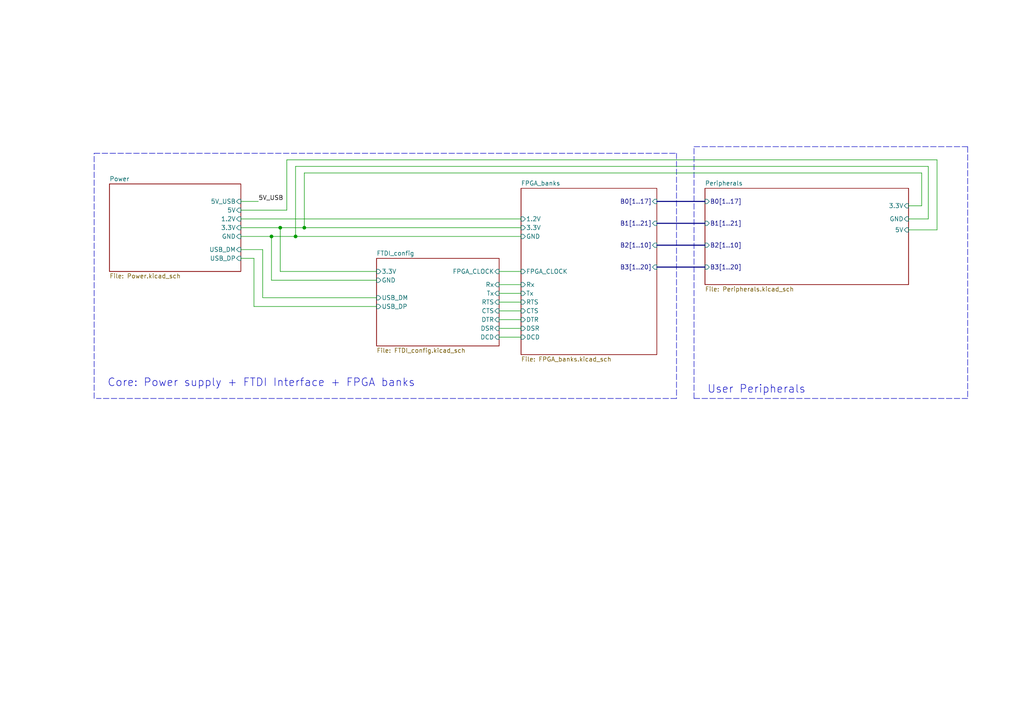
<source format=kicad_sch>
(kicad_sch
	(version 20231120)
	(generator "eeschema")
	(generator_version "8.0")
	(uuid "c6ba5cca-c2cf-4dd3-9797-aa414626cd3d")
	(paper "A4")
	(title_block
		(title "EDU-FPGA")
		(date "2020-05-07")
		(rev "1.2")
		(company "UTN - Facultad Regional Haedo - Grupo ASE")
	)
	(lib_symbols)
	(junction
		(at 85.725 68.58)
		(diameter 0)
		(color 0 0 0 0)
		(uuid "096e1dc0-4b1c-4033-a6fe-a256bffda10e")
	)
	(junction
		(at 78.74 68.58)
		(diameter 0)
		(color 0 0 0 0)
		(uuid "caae4504-a0d2-41f8-a1e3-ee590d2273b3")
	)
	(junction
		(at 88.265 66.04)
		(diameter 0)
		(color 0 0 0 0)
		(uuid "ea446539-b5fa-41e1-908c-4cde18e648d7")
	)
	(junction
		(at 81.28 66.04)
		(diameter 0)
		(color 0 0 0 0)
		(uuid "fee58266-d03d-4240-bb02-990b109514b4")
	)
	(wire
		(pts
			(xy 85.725 48.26) (xy 269.24 48.26)
		)
		(stroke
			(width 0)
			(type default)
		)
		(uuid "07130d56-0984-4993-8173-eca9d3da169b")
	)
	(wire
		(pts
			(xy 144.78 85.09) (xy 151.13 85.09)
		)
		(stroke
			(width 0)
			(type default)
		)
		(uuid "0b70b998-ad5e-4e93-b290-15b1f9285582")
	)
	(wire
		(pts
			(xy 88.265 50.165) (xy 267.335 50.165)
		)
		(stroke
			(width 0)
			(type default)
		)
		(uuid "0f1a9a24-6120-4363-bcc1-95dd4da0f4db")
	)
	(wire
		(pts
			(xy 81.28 78.74) (xy 81.28 66.04)
		)
		(stroke
			(width 0)
			(type default)
		)
		(uuid "2106aff7-658c-4121-ab47-4a9a146a2e20")
	)
	(bus
		(pts
			(xy 190.5 64.77) (xy 204.47 64.77)
		)
		(stroke
			(width 0)
			(type default)
		)
		(uuid "4079aa33-9d47-4b9c-ac8c-6f91478c45a6")
	)
	(bus
		(pts
			(xy 190.5 71.12) (xy 204.47 71.12)
		)
		(stroke
			(width 0)
			(type default)
		)
		(uuid "40e14447-8a87-40fb-aaf1-ce52b24bf3d6")
	)
	(wire
		(pts
			(xy 88.265 66.04) (xy 151.13 66.04)
		)
		(stroke
			(width 0)
			(type default)
		)
		(uuid "44326b71-82b4-4f07-9d29-6c09767ee7ce")
	)
	(wire
		(pts
			(xy 109.22 86.36) (xy 76.2 86.36)
		)
		(stroke
			(width 0)
			(type default)
		)
		(uuid "4612df80-3ace-491f-b9da-979bbfee2617")
	)
	(wire
		(pts
			(xy 85.725 68.58) (xy 151.13 68.58)
		)
		(stroke
			(width 0)
			(type default)
		)
		(uuid "4e991f7b-a796-4708-822b-d60ebd323c72")
	)
	(wire
		(pts
			(xy 83.185 46.355) (xy 83.185 60.96)
		)
		(stroke
			(width 0)
			(type default)
		)
		(uuid "4f6ec96b-1035-4723-a38e-c0e7c72cbbce")
	)
	(wire
		(pts
			(xy 69.85 63.5) (xy 151.13 63.5)
		)
		(stroke
			(width 0)
			(type default)
		)
		(uuid "50281b05-acf6-4fba-87f6-80eab55f0837")
	)
	(wire
		(pts
			(xy 88.265 66.04) (xy 88.265 50.165)
		)
		(stroke
			(width 0)
			(type default)
		)
		(uuid "5463164b-bc85-4aec-bc0b-829cb6744bf6")
	)
	(polyline
		(pts
			(xy 201.295 115.57) (xy 201.295 42.545)
		)
		(stroke
			(width 0)
			(type dash)
		)
		(uuid "5aa25a66-0883-4882-a2fc-a2006ed94bfb")
	)
	(wire
		(pts
			(xy 144.78 97.79) (xy 151.13 97.79)
		)
		(stroke
			(width 0)
			(type default)
		)
		(uuid "5dcf9978-eab5-433b-9edf-e3381c817c6c")
	)
	(wire
		(pts
			(xy 144.78 95.25) (xy 151.13 95.25)
		)
		(stroke
			(width 0)
			(type default)
		)
		(uuid "651e817f-90c6-45c2-a7b4-50c670a220b2")
	)
	(wire
		(pts
			(xy 144.78 82.55) (xy 151.13 82.55)
		)
		(stroke
			(width 0)
			(type default)
		)
		(uuid "6d071f31-8f61-4ca3-b66b-3b0b1ef832e0")
	)
	(polyline
		(pts
			(xy 201.295 115.57) (xy 280.67 115.57)
		)
		(stroke
			(width 0)
			(type dash)
		)
		(uuid "6f1d24fc-4064-49da-abb4-da86be51bde8")
	)
	(wire
		(pts
			(xy 69.85 58.42) (xy 74.93 58.42)
		)
		(stroke
			(width 0)
			(type default)
		)
		(uuid "70cd733a-8ca6-4cdb-84c1-056a2159f0d2")
	)
	(wire
		(pts
			(xy 263.525 66.675) (xy 271.78 66.675)
		)
		(stroke
			(width 0)
			(type default)
		)
		(uuid "73320858-20fb-4b70-9676-b8375a538158")
	)
	(wire
		(pts
			(xy 69.85 74.93) (xy 73.66 74.93)
		)
		(stroke
			(width 0)
			(type default)
		)
		(uuid "7f5900ad-0e75-4e94-9567-fc4ea13bd918")
	)
	(wire
		(pts
			(xy 144.78 78.74) (xy 151.13 78.74)
		)
		(stroke
			(width 0)
			(type default)
		)
		(uuid "83448716-4196-4867-a6f0-f1c70dfe1bd5")
	)
	(wire
		(pts
			(xy 267.335 50.165) (xy 267.335 59.69)
		)
		(stroke
			(width 0)
			(type default)
		)
		(uuid "877a7e91-04c3-4947-a51a-ceefdb7f7c19")
	)
	(wire
		(pts
			(xy 271.78 46.355) (xy 83.185 46.355)
		)
		(stroke
			(width 0)
			(type default)
		)
		(uuid "87e99328-6950-4ae9-8d95-6af0cb7b0949")
	)
	(wire
		(pts
			(xy 144.78 87.63) (xy 151.13 87.63)
		)
		(stroke
			(width 0)
			(type default)
		)
		(uuid "89166c14-7fba-489f-b5b1-8cf5a23512bb")
	)
	(wire
		(pts
			(xy 144.78 92.71) (xy 151.13 92.71)
		)
		(stroke
			(width 0)
			(type default)
		)
		(uuid "939992dd-8db3-4bb5-b4d5-f8463158f018")
	)
	(bus
		(pts
			(xy 190.5 58.42) (xy 204.47 58.42)
		)
		(stroke
			(width 0)
			(type default)
		)
		(uuid "a16c2033-67d7-4ad8-bc5b-b2259ff4bf3c")
	)
	(polyline
		(pts
			(xy 280.67 42.545) (xy 280.67 115.57)
		)
		(stroke
			(width 0)
			(type dash)
		)
		(uuid "a2535c56-8312-479b-a46d-a77910f2e179")
	)
	(wire
		(pts
			(xy 271.78 66.675) (xy 271.78 46.355)
		)
		(stroke
			(width 0)
			(type default)
		)
		(uuid "a3b7387b-7547-487f-b3ee-a419b9df5339")
	)
	(polyline
		(pts
			(xy 201.295 42.545) (xy 280.67 42.545)
		)
		(stroke
			(width 0)
			(type dash)
		)
		(uuid "aa96982f-1955-4a02-99ec-a5a9330b57b9")
	)
	(polyline
		(pts
			(xy 27.305 115.57) (xy 27.305 44.45)
		)
		(stroke
			(width 0)
			(type dash)
		)
		(uuid "b0d9bd1e-56c1-421c-b0d8-48d055df62a1")
	)
	(bus
		(pts
			(xy 190.5 77.47) (xy 204.47 77.47)
		)
		(stroke
			(width 0)
			(type default)
		)
		(uuid "b5134921-7ff5-42d3-9d6f-7f4e6856ff76")
	)
	(wire
		(pts
			(xy 78.74 81.28) (xy 78.74 68.58)
		)
		(stroke
			(width 0)
			(type default)
		)
		(uuid "b9499d62-0eca-4e50-bf99-9405de1c1e7c")
	)
	(polyline
		(pts
			(xy 27.305 44.45) (xy 196.215 44.45)
		)
		(stroke
			(width 0)
			(type dash)
		)
		(uuid "c0b37136-208b-43c4-821a-84afefacd8d7")
	)
	(wire
		(pts
			(xy 144.78 90.17) (xy 151.13 90.17)
		)
		(stroke
			(width 0)
			(type default)
		)
		(uuid "c3d051ab-7ce7-4bf3-97d5-01bbb21e8088")
	)
	(polyline
		(pts
			(xy 196.215 44.45) (xy 196.215 115.57)
		)
		(stroke
			(width 0)
			(type dash)
		)
		(uuid "c920a043-6890-430b-b630-5732a4984f56")
	)
	(polyline
		(pts
			(xy 196.215 115.57) (xy 27.94 115.57)
		)
		(stroke
			(width 0)
			(type dash)
		)
		(uuid "ca29b25a-e72e-4e9a-b036-2eeaafeaaf73")
	)
	(wire
		(pts
			(xy 85.725 68.58) (xy 85.725 48.26)
		)
		(stroke
			(width 0)
			(type default)
		)
		(uuid "ca6cc974-b07f-4602-9ec1-fec7b3d797bd")
	)
	(wire
		(pts
			(xy 109.22 78.74) (xy 81.28 78.74)
		)
		(stroke
			(width 0)
			(type default)
		)
		(uuid "d01042b9-8cee-4a6e-bb19-9c855a98cbdf")
	)
	(wire
		(pts
			(xy 69.85 66.04) (xy 81.28 66.04)
		)
		(stroke
			(width 0)
			(type default)
		)
		(uuid "d7cd1c95-bae0-4e49-ae19-6b937f7d274e")
	)
	(wire
		(pts
			(xy 269.24 48.26) (xy 269.24 63.5)
		)
		(stroke
			(width 0)
			(type default)
		)
		(uuid "da4519a0-9d9e-43dd-b1a0-53d10273eee0")
	)
	(wire
		(pts
			(xy 69.85 60.96) (xy 83.185 60.96)
		)
		(stroke
			(width 0)
			(type default)
		)
		(uuid "e1938388-408b-4b0a-80b1-841a7c69e5c1")
	)
	(wire
		(pts
			(xy 109.22 81.28) (xy 78.74 81.28)
		)
		(stroke
			(width 0)
			(type default)
		)
		(uuid "e33134a8-8bbb-4530-99cb-dc3444a8dedd")
	)
	(wire
		(pts
			(xy 81.28 66.04) (xy 88.265 66.04)
		)
		(stroke
			(width 0)
			(type default)
		)
		(uuid "e4a51f65-7e26-45c9-8e30-d786890accb7")
	)
	(wire
		(pts
			(xy 78.74 68.58) (xy 85.725 68.58)
		)
		(stroke
			(width 0)
			(type default)
		)
		(uuid "e5b71e1b-afba-4304-8298-d622ddb552dd")
	)
	(wire
		(pts
			(xy 69.85 68.58) (xy 78.74 68.58)
		)
		(stroke
			(width 0)
			(type default)
		)
		(uuid "eb25ff06-a108-4322-9a38-65294c1a85c8")
	)
	(wire
		(pts
			(xy 76.2 86.36) (xy 76.2 72.39)
		)
		(stroke
			(width 0)
			(type default)
		)
		(uuid "eebb1a03-f87b-4efc-a487-f72c66540f1c")
	)
	(wire
		(pts
			(xy 73.66 88.9) (xy 109.22 88.9)
		)
		(stroke
			(width 0)
			(type default)
		)
		(uuid "f218e43b-8d17-42d2-8eae-b45379c8f410")
	)
	(wire
		(pts
			(xy 267.335 59.69) (xy 263.525 59.69)
		)
		(stroke
			(width 0)
			(type default)
		)
		(uuid "f961b917-8a74-49ff-b8fb-4ff33fba87fd")
	)
	(wire
		(pts
			(xy 269.24 63.5) (xy 263.525 63.5)
		)
		(stroke
			(width 0)
			(type default)
		)
		(uuid "fcab4c1f-791b-42ff-8c26-518a0fdb3ccb")
	)
	(wire
		(pts
			(xy 73.66 74.93) (xy 73.66 88.9)
		)
		(stroke
			(width 0)
			(type default)
		)
		(uuid "fd78e428-0841-4025-a8e5-1f810a0ab6b2")
	)
	(wire
		(pts
			(xy 76.2 72.39) (xy 69.85 72.39)
		)
		(stroke
			(width 0)
			(type default)
		)
		(uuid "fd96db94-6a08-46c6-99a6-848c5a34d938")
	)
	(text "User Peripherals"
		(exclude_from_sim no)
		(at 205.105 114.3 0)
		(effects
			(font
				(size 2.2606 2.2606)
			)
			(justify left bottom)
		)
		(uuid "5a25e2ff-1087-4987-ac39-44df6373afc5")
	)
	(text "Core: Power supply + FTDI Interface + FPGA banks"
		(exclude_from_sim no)
		(at 31.115 112.395 0)
		(effects
			(font
				(size 2.2606 2.2606)
			)
			(justify left bottom)
		)
		(uuid "727e0d25-35c6-4dd9-a266-46fdf49e4b62")
	)
	(label "5V_USB"
		(at 74.93 58.42 0)
		(effects
			(font
				(size 1.27 1.27)
			)
			(justify left bottom)
		)
		(uuid "aebf536d-c5be-4f37-8e3f-f5ce2b23087f")
	)
	(sheet
		(at 31.75 53.34)
		(size 38.1 25.4)
		(fields_autoplaced yes)
		(stroke
			(width 0)
			(type solid)
		)
		(fill
			(color 0 0 0 0.0000)
		)
		(uuid "00000000-0000-0000-0000-00005bbd01b2")
		(property "Sheetname" "Power"
			(at 31.75 52.6284 0)
			(effects
				(font
					(size 1.27 1.27)
				)
				(justify left bottom)
			)
		)
		(property "Sheetfile" "Power.kicad_sch"
			(at 31.75 79.3246 0)
			(effects
				(font
					(size 1.27 1.27)
				)
				(justify left top)
			)
		)
		(pin "3.3V" input
			(at 69.85 66.04 0)
			(effects
				(font
					(size 1.27 1.27)
				)
				(justify right)
			)
			(uuid "21f24621-e37f-49ca-b71a-9090276d1f53")
		)
		(pin "5V" input
			(at 69.85 60.96 0)
			(effects
				(font
					(size 1.27 1.27)
				)
				(justify right)
			)
			(uuid "04d6b746-c706-44b0-b6f4-82605eea0eca")
		)
		(pin "5V_USB" input
			(at 69.85 58.42 0)
			(effects
				(font
					(size 1.27 1.27)
				)
				(justify right)
			)
			(uuid "f2aa288f-0bf2-4333-8451-8ef03437883e")
		)
		(pin "GND" input
			(at 69.85 68.58 0)
			(effects
				(font
					(size 1.27 1.27)
				)
				(justify right)
			)
			(uuid "441beb8f-95e3-4fdb-a84c-757d8b858b1c")
		)
		(pin "USB_DM" input
			(at 69.85 72.39 0)
			(effects
				(font
					(size 1.27 1.27)
				)
				(justify right)
			)
			(uuid "bb6f4b27-eae1-4ac8-9a20-283e71a7e621")
		)
		(pin "USB_DP" input
			(at 69.85 74.93 0)
			(effects
				(font
					(size 1.27 1.27)
				)
				(justify right)
			)
			(uuid "7fb1fd81-1f15-4225-bf8b-be818bf07c5e")
		)
		(pin "1.2V" input
			(at 69.85 63.5 0)
			(effects
				(font
					(size 1.27 1.27)
				)
				(justify right)
			)
			(uuid "7dd7fa74-09ae-48b1-bad5-54e23b8dbfdc")
		)
		(instances
			(project "FPGA para todos"
				(path "/c6ba5cca-c2cf-4dd3-9797-aa414626cd3d"
					(page "2")
				)
			)
		)
	)
	(sheet
		(at 109.22 74.93)
		(size 35.56 25.4)
		(fields_autoplaced yes)
		(stroke
			(width 0)
			(type solid)
		)
		(fill
			(color 0 0 0 0.0000)
		)
		(uuid "00000000-0000-0000-0000-00005c8fb30b")
		(property "Sheetname" "FTDI_config"
			(at 109.22 74.2184 0)
			(effects
				(font
					(size 1.27 1.27)
				)
				(justify left bottom)
			)
		)
		(property "Sheetfile" "FTDI_config.kicad_sch"
			(at 109.22 100.9146 0)
			(effects
				(font
					(size 1.27 1.27)
				)
				(justify left top)
			)
		)
		(pin "3.3V" input
			(at 109.22 78.74 180)
			(effects
				(font
					(size 1.27 1.27)
				)
				(justify left)
			)
			(uuid "b6caa2fe-9fb9-45fc-845c-f60b1759fca1")
		)
		(pin "USB_DP" input
			(at 109.22 88.9 180)
			(effects
				(font
					(size 1.27 1.27)
				)
				(justify left)
			)
			(uuid "fcb94aa5-fde6-4073-90c0-6cde14378791")
		)
		(pin "USB_DM" input
			(at 109.22 86.36 180)
			(effects
				(font
					(size 1.27 1.27)
				)
				(justify left)
			)
			(uuid "5ce1b754-5826-4449-b1e2-60f781f2f13a")
		)
		(pin "GND" input
			(at 109.22 81.28 180)
			(effects
				(font
					(size 1.27 1.27)
				)
				(justify left)
			)
			(uuid "fc882169-8ff5-43ec-b620-4774786ab1eb")
		)
		(pin "FPGA_CLOCK" input
			(at 144.78 78.74 0)
			(effects
				(font
					(size 1.27 1.27)
				)
				(justify right)
			)
			(uuid "c1505d80-65fa-483c-ba63-06e002ee1e38")
		)
		(pin "Rx" input
			(at 144.78 82.55 0)
			(effects
				(font
					(size 1.27 1.27)
				)
				(justify right)
			)
			(uuid "24b0a19e-0ed9-4a3b-83eb-99132c587408")
		)
		(pin "Tx" input
			(at 144.78 85.09 0)
			(effects
				(font
					(size 1.27 1.27)
				)
				(justify right)
			)
			(uuid "9b808702-6dae-42d8-b2d3-6f7bc4074d94")
		)
		(pin "RTS" input
			(at 144.78 87.63 0)
			(effects
				(font
					(size 1.27 1.27)
				)
				(justify right)
			)
			(uuid "4d819b2c-a610-4c52-bbe4-e333698ef8d7")
		)
		(pin "CTS" input
			(at 144.78 90.17 0)
			(effects
				(font
					(size 1.27 1.27)
				)
				(justify right)
			)
			(uuid "99a8a9f4-c95d-404e-8450-554a04ead6fd")
		)
		(pin "DTR" input
			(at 144.78 92.71 0)
			(effects
				(font
					(size 1.27 1.27)
				)
				(justify right)
			)
			(uuid "75c829a0-37e1-45cf-b083-8ba61ef99485")
		)
		(pin "DSR" input
			(at 144.78 95.25 0)
			(effects
				(font
					(size 1.27 1.27)
				)
				(justify right)
			)
			(uuid "d3dc73e6-0bb7-4fcf-8cea-1fc83870023c")
		)
		(pin "DCD" input
			(at 144.78 97.79 0)
			(effects
				(font
					(size 1.27 1.27)
				)
				(justify right)
			)
			(uuid "d1770f0b-01eb-4829-bd70-d8ea3a3a64e1")
		)
		(instances
			(project "FPGA para todos"
				(path "/c6ba5cca-c2cf-4dd3-9797-aa414626cd3d"
					(page "3")
				)
			)
		)
	)
	(sheet
		(at 151.13 54.61)
		(size 39.37 48.26)
		(fields_autoplaced yes)
		(stroke
			(width 0)
			(type solid)
		)
		(fill
			(color 0 0 0 0.0000)
		)
		(uuid "00000000-0000-0000-0000-00005c9401b5")
		(property "Sheetname" "FPGA_banks"
			(at 151.13 53.8984 0)
			(effects
				(font
					(size 1.27 1.27)
				)
				(justify left bottom)
			)
		)
		(property "Sheetfile" "FPGA_banks.kicad_sch"
			(at 151.13 103.4546 0)
			(effects
				(font
					(size 1.27 1.27)
				)
				(justify left top)
			)
		)
		(pin "Rx" input
			(at 151.13 82.55 180)
			(effects
				(font
					(size 1.27 1.27)
				)
				(justify left)
			)
			(uuid "bbb490ef-899c-41ab-86ef-61e6a9ec5ae4")
		)
		(pin "Tx" input
			(at 151.13 85.09 180)
			(effects
				(font
					(size 1.27 1.27)
				)
				(justify left)
			)
			(uuid "b974e94d-99b7-4002-a1f2-3aea550ec07f")
		)
		(pin "RTS" input
			(at 151.13 87.63 180)
			(effects
				(font
					(size 1.27 1.27)
				)
				(justify left)
			)
			(uuid "c114c6df-c6e4-4ee2-9293-621e4152da85")
		)
		(pin "CTS" input
			(at 151.13 90.17 180)
			(effects
				(font
					(size 1.27 1.27)
				)
				(justify left)
			)
			(uuid "a23c7f92-1720-4445-82f9-9af50bcd83fd")
		)
		(pin "DTR" input
			(at 151.13 92.71 180)
			(effects
				(font
					(size 1.27 1.27)
				)
				(justify left)
			)
			(uuid "db4626b4-8f92-47ac-95df-5c3d0fc4841d")
		)
		(pin "DSR" input
			(at 151.13 95.25 180)
			(effects
				(font
					(size 1.27 1.27)
				)
				(justify left)
			)
			(uuid "13d33dd8-eb24-4cd8-9ebc-8f5ae6d5648e")
		)
		(pin "DCD" input
			(at 151.13 97.79 180)
			(effects
				(font
					(size 1.27 1.27)
				)
				(justify left)
			)
			(uuid "11049dd3-7328-4fd1-a09d-fc9d4b50461b")
		)
		(pin "FPGA_CLOCK" input
			(at 151.13 78.74 180)
			(effects
				(font
					(size 1.27 1.27)
				)
				(justify left)
			)
			(uuid "8fa30ce1-27c2-4abc-8d1a-51620797f9f3")
		)
		(pin "GND" input
			(at 151.13 68.58 180)
			(effects
				(font
					(size 1.27 1.27)
				)
				(justify left)
			)
			(uuid "e28182f0-f38d-4a53-b4fc-158b481976e8")
		)
		(pin "3.3V" input
			(at 151.13 66.04 180)
			(effects
				(font
					(size 1.27 1.27)
				)
				(justify left)
			)
			(uuid "442ae97f-856e-441a-917d-eab884f2a816")
		)
		(pin "1.2V" input
			(at 151.13 63.5 180)
			(effects
				(font
					(size 1.27 1.27)
				)
				(justify left)
			)
			(uuid "afcea7f8-d26a-4baa-bbfb-7e813a0bbc0f")
		)
		(pin "B0[1..17]" input
			(at 190.5 58.42 0)
			(effects
				(font
					(size 1.27 1.27)
				)
				(justify right)
			)
			(uuid "166f8a51-f0dd-442f-932e-07a59741a331")
		)
		(pin "B2[1..10]" input
			(at 190.5 71.12 0)
			(effects
				(font
					(size 1.27 1.27)
				)
				(justify right)
			)
			(uuid "8e32a64d-f522-4739-90fd-f42bcec75f0d")
		)
		(pin "B1[1..21]" input
			(at 190.5 64.77 0)
			(effects
				(font
					(size 1.27 1.27)
				)
				(justify right)
			)
			(uuid "ac08a41f-a477-473a-949a-5ea2ee58c8d9")
		)
		(pin "B3[1..20]" input
			(at 190.5 77.47 0)
			(effects
				(font
					(size 1.27 1.27)
				)
				(justify right)
			)
			(uuid "ff38da4f-1425-4698-884a-4b4bf06be243")
		)
		(instances
			(project "FPGA para todos"
				(path "/c6ba5cca-c2cf-4dd3-9797-aa414626cd3d"
					(page "4")
				)
			)
		)
	)
	(sheet
		(at 204.47 54.61)
		(size 59.055 27.94)
		(fields_autoplaced yes)
		(stroke
			(width 0)
			(type solid)
		)
		(fill
			(color 0 0 0 0.0000)
		)
		(uuid "00000000-0000-0000-0000-00005cc47b0d")
		(property "Sheetname" "Peripherals"
			(at 204.47 53.8984 0)
			(effects
				(font
					(size 1.27 1.27)
				)
				(justify left bottom)
			)
		)
		(property "Sheetfile" "Peripherals.kicad_sch"
			(at 204.47 83.1346 0)
			(effects
				(font
					(size 1.27 1.27)
				)
				(justify left top)
			)
		)
		(pin "3.3V" input
			(at 263.525 59.69 0)
			(effects
				(font
					(size 1.27 1.27)
				)
				(justify right)
			)
			(uuid "2d7ea8ec-7b9a-4e3c-8060-72b4ee94bcb3")
		)
		(pin "GND" input
			(at 263.525 63.5 0)
			(effects
				(font
					(size 1.27 1.27)
				)
				(justify right)
			)
			(uuid "064a2ab3-9274-4963-8942-5ff439af5176")
		)
		(pin "B0[1..17]" input
			(at 204.47 58.42 180)
			(effects
				(font
					(size 1.27 1.27)
				)
				(justify left)
			)
			(uuid "57065c62-c948-472a-a695-c687d82f3a0f")
		)
		(pin "B2[1..10]" input
			(at 204.47 71.12 180)
			(effects
				(font
					(size 1.27 1.27)
				)
				(justify left)
			)
			(uuid "4752a18c-fdf5-4323-be1e-442993f4c458")
		)
		(pin "B1[1..21]" input
			(at 204.47 64.77 180)
			(effects
				(font
					(size 1.27 1.27)
				)
				(justify left)
			)
			(uuid "23be9ecd-d0e0-4d2d-8763-3905f0884f06")
		)
		(pin "B3[1..20]" input
			(at 204.47 77.47 180)
			(effects
				(font
					(size 1.27 1.27)
				)
				(justify left)
			)
			(uuid "2c7bdee5-8035-458a-b06a-6da063a8c23f")
		)
		(pin "5V" input
			(at 263.525 66.675 0)
			(effects
				(font
					(size 1.27 1.27)
				)
				(justify right)
			)
			(uuid "f073e78a-65ef-4969-a377-1df0ac03a0de")
		)
		(instances
			(project "FPGA para todos"
				(path "/c6ba5cca-c2cf-4dd3-9797-aa414626cd3d"
					(page "6")
				)
			)
		)
	)
	(sheet_instances
		(path "/"
			(page "1")
		)
	)
)

</source>
